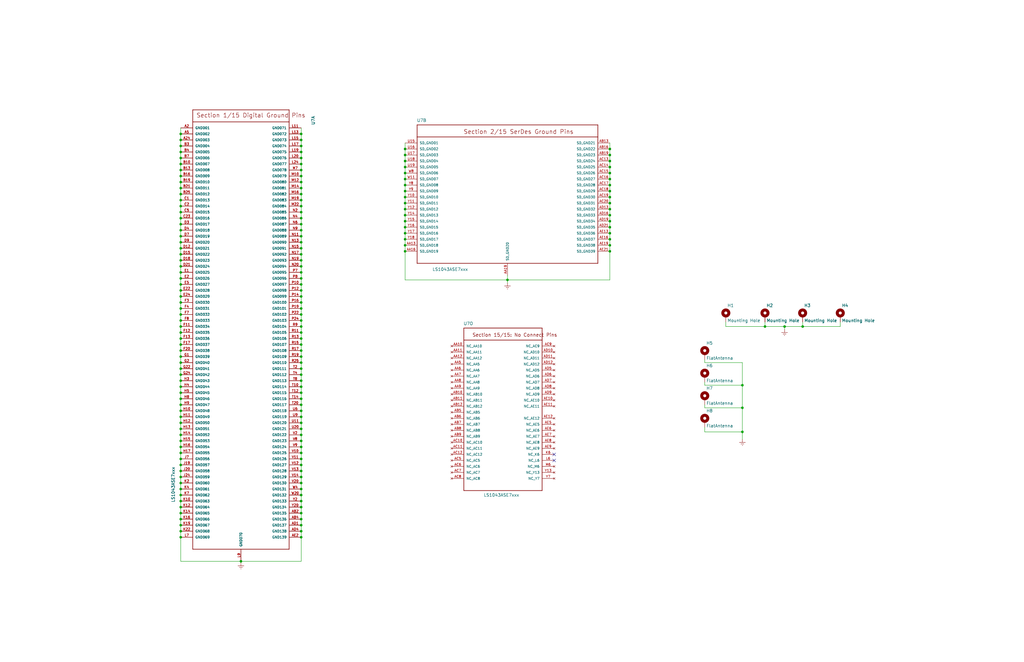
<source format=kicad_sch>
(kicad_sch (version 20201015) (generator eeschema)
  (page 1 12)
  (paper "USLedger")
  (title_block (title "AP2100") (date "2020-10-06") (rev "1") (company "ISis ImageStream Internet Solutions, Inc."))
  (junction (at 76.2 56.515) (diameter 0.9144))
  (junction (at 76.2 59.055) (diameter 0.9144))
  (junction (at 76.2 61.595) (diameter 0.9144))
  (junction (at 76.2 64.135) (diameter 0.9144))
  (junction (at 76.2 66.675) (diameter 0.9144))
  (junction (at 76.2 69.215) (diameter 0.9144))
  (junction (at 76.2 71.755) (diameter 0.9144))
  (junction (at 76.2 74.295) (diameter 0.9144))
  (junction (at 76.2 76.835) (diameter 0.9144))
  (junction (at 76.2 79.375) (diameter 0.9144))
  (junction (at 76.2 81.915) (diameter 0.9144))
  (junction (at 76.2 84.455) (diameter 0.9144))
  (junction (at 76.2 86.995) (diameter 0.9144))
  (junction (at 76.2 89.535) (diameter 0.9144))
  (junction (at 76.2 92.075) (diameter 0.9144))
  (junction (at 76.2 94.615) (diameter 0.9144))
  (junction (at 76.2 97.155) (diameter 0.9144))
  (junction (at 76.2 99.695) (diameter 0.9144))
  (junction (at 76.2 102.235) (diameter 0.9144))
  (junction (at 76.2 104.775) (diameter 0.9144))
  (junction (at 76.2 107.315) (diameter 0.9144))
  (junction (at 76.2 109.855) (diameter 0.9144))
  (junction (at 76.2 112.395) (diameter 0.9144))
  (junction (at 76.2 114.935) (diameter 0.9144))
  (junction (at 76.2 117.475) (diameter 0.9144))
  (junction (at 76.2 120.015) (diameter 0.9144))
  (junction (at 76.2 122.555) (diameter 0.9144))
  (junction (at 76.2 125.095) (diameter 0.9144))
  (junction (at 76.2 127.635) (diameter 0.9144))
  (junction (at 76.2 130.175) (diameter 0.9144))
  (junction (at 76.2 132.715) (diameter 0.9144))
  (junction (at 76.2 135.255) (diameter 0.9144))
  (junction (at 76.2 137.795) (diameter 0.9144))
  (junction (at 76.2 140.335) (diameter 0.9144))
  (junction (at 76.2 142.875) (diameter 0.9144))
  (junction (at 76.2 145.415) (diameter 0.9144))
  (junction (at 76.2 147.955) (diameter 0.9144))
  (junction (at 76.2 150.495) (diameter 0.9144))
  (junction (at 76.2 153.035) (diameter 0.9144))
  (junction (at 76.2 155.575) (diameter 0.9144))
  (junction (at 76.2 158.115) (diameter 0.9144))
  (junction (at 76.2 160.655) (diameter 0.9144))
  (junction (at 76.2 163.195) (diameter 0.9144))
  (junction (at 76.2 165.735) (diameter 0.9144))
  (junction (at 76.2 168.275) (diameter 0.9144))
  (junction (at 76.2 170.815) (diameter 0.9144))
  (junction (at 76.2 173.355) (diameter 0.9144))
  (junction (at 76.2 175.895) (diameter 0.9144))
  (junction (at 76.2 178.435) (diameter 0.9144))
  (junction (at 76.2 180.975) (diameter 0.9144))
  (junction (at 76.2 183.515) (diameter 0.9144))
  (junction (at 76.2 186.055) (diameter 0.9144))
  (junction (at 76.2 188.595) (diameter 0.9144))
  (junction (at 76.2 191.135) (diameter 0.9144))
  (junction (at 76.2 193.675) (diameter 0.9144))
  (junction (at 76.2 196.215) (diameter 0.9144))
  (junction (at 76.2 198.755) (diameter 0.9144))
  (junction (at 76.2 201.295) (diameter 0.9144))
  (junction (at 76.2 203.835) (diameter 0.9144))
  (junction (at 76.2 206.375) (diameter 0.9144))
  (junction (at 76.2 208.915) (diameter 0.9144))
  (junction (at 76.2 211.455) (diameter 0.9144))
  (junction (at 76.2 213.995) (diameter 0.9144))
  (junction (at 76.2 216.535) (diameter 0.9144))
  (junction (at 76.2 219.075) (diameter 0.9144))
  (junction (at 76.2 221.615) (diameter 0.9144))
  (junction (at 76.2 224.155) (diameter 0.9144))
  (junction (at 76.2 226.695) (diameter 0.9144))
  (junction (at 101.6 236.855) (diameter 0.9144))
  (junction (at 127 56.515) (diameter 0.9144))
  (junction (at 127 59.055) (diameter 0.9144))
  (junction (at 127 61.595) (diameter 0.9144))
  (junction (at 127 64.135) (diameter 0.9144))
  (junction (at 127 66.675) (diameter 0.9144))
  (junction (at 127 69.215) (diameter 0.9144))
  (junction (at 127 71.755) (diameter 0.9144))
  (junction (at 127 74.295) (diameter 0.9144))
  (junction (at 127 76.835) (diameter 0.9144))
  (junction (at 127 79.375) (diameter 0.9144))
  (junction (at 127 81.915) (diameter 0.9144))
  (junction (at 127 84.455) (diameter 0.9144))
  (junction (at 127 86.995) (diameter 0.9144))
  (junction (at 127 89.535) (diameter 0.9144))
  (junction (at 127 92.075) (diameter 0.9144))
  (junction (at 127 94.615) (diameter 0.9144))
  (junction (at 127 97.155) (diameter 0.9144))
  (junction (at 127 99.695) (diameter 0.9144))
  (junction (at 127 102.235) (diameter 0.9144))
  (junction (at 127 104.775) (diameter 0.9144))
  (junction (at 127 107.315) (diameter 0.9144))
  (junction (at 127 109.855) (diameter 0.9144))
  (junction (at 127 112.395) (diameter 0.9144))
  (junction (at 127 114.935) (diameter 0.9144))
  (junction (at 127 117.475) (diameter 0.9144))
  (junction (at 127 120.015) (diameter 0.9144))
  (junction (at 127 122.555) (diameter 0.9144))
  (junction (at 127 125.095) (diameter 0.9144))
  (junction (at 127 127.635) (diameter 0.9144))
  (junction (at 127 130.175) (diameter 0.9144))
  (junction (at 127 132.715) (diameter 0.9144))
  (junction (at 127 135.255) (diameter 0.9144))
  (junction (at 127 137.795) (diameter 0.9144))
  (junction (at 127 140.335) (diameter 0.9144))
  (junction (at 127 142.875) (diameter 0.9144))
  (junction (at 127 145.415) (diameter 0.9144))
  (junction (at 127 147.955) (diameter 0.9144))
  (junction (at 127 150.495) (diameter 0.9144))
  (junction (at 127 153.035) (diameter 0.9144))
  (junction (at 127 155.575) (diameter 0.9144))
  (junction (at 127 158.115) (diameter 0.9144))
  (junction (at 127 160.655) (diameter 0.9144))
  (junction (at 127 163.195) (diameter 0.9144))
  (junction (at 127 165.735) (diameter 0.9144))
  (junction (at 127 168.275) (diameter 0.9144))
  (junction (at 127 170.815) (diameter 0.9144))
  (junction (at 127 173.355) (diameter 0.9144))
  (junction (at 127 175.895) (diameter 0.9144))
  (junction (at 127 178.435) (diameter 0.9144))
  (junction (at 127 180.975) (diameter 0.9144))
  (junction (at 127 183.515) (diameter 0.9144))
  (junction (at 127 186.055) (diameter 0.9144))
  (junction (at 127 188.595) (diameter 0.9144))
  (junction (at 127 191.135) (diameter 0.9144))
  (junction (at 127 193.675) (diameter 0.9144))
  (junction (at 127 196.215) (diameter 0.9144))
  (junction (at 127 198.755) (diameter 0.9144))
  (junction (at 127 201.295) (diameter 0.9144))
  (junction (at 127 203.835) (diameter 0.9144))
  (junction (at 127 206.375) (diameter 0.9144))
  (junction (at 127 208.915) (diameter 0.9144))
  (junction (at 127 211.455) (diameter 0.9144))
  (junction (at 127 213.995) (diameter 0.9144))
  (junction (at 127 216.535) (diameter 0.9144))
  (junction (at 127 219.075) (diameter 0.9144))
  (junction (at 127 221.615) (diameter 0.9144))
  (junction (at 127 224.155) (diameter 0.9144))
  (junction (at 127 226.695) (diameter 0.9144))
  (junction (at 170.815 62.865) (diameter 0.9144))
  (junction (at 170.815 65.405) (diameter 0.9144))
  (junction (at 170.815 67.945) (diameter 0.9144))
  (junction (at 170.815 70.485) (diameter 0.9144))
  (junction (at 170.815 73.025) (diameter 0.9144))
  (junction (at 170.815 75.565) (diameter 0.9144))
  (junction (at 170.815 78.105) (diameter 0.9144))
  (junction (at 170.815 80.645) (diameter 0.9144))
  (junction (at 170.815 83.185) (diameter 0.9144))
  (junction (at 170.815 85.725) (diameter 0.9144))
  (junction (at 170.815 88.265) (diameter 0.9144))
  (junction (at 170.815 90.805) (diameter 0.9144))
  (junction (at 170.815 93.345) (diameter 0.9144))
  (junction (at 170.815 95.885) (diameter 0.9144))
  (junction (at 170.815 98.425) (diameter 0.9144))
  (junction (at 170.815 100.965) (diameter 0.9144))
  (junction (at 170.815 103.505) (diameter 0.9144))
  (junction (at 170.815 106.045) (diameter 0.9144))
  (junction (at 213.995 118.11) (diameter 0.9144))
  (junction (at 257.175 62.865) (diameter 0.9144))
  (junction (at 257.175 65.405) (diameter 0.9144))
  (junction (at 257.175 67.945) (diameter 0.9144))
  (junction (at 257.175 70.485) (diameter 0.9144))
  (junction (at 257.175 73.025) (diameter 0.9144))
  (junction (at 257.175 75.565) (diameter 0.9144))
  (junction (at 257.175 78.105) (diameter 0.9144))
  (junction (at 257.175 80.645) (diameter 0.9144))
  (junction (at 257.175 83.185) (diameter 0.9144))
  (junction (at 257.175 85.725) (diameter 0.9144))
  (junction (at 257.175 88.265) (diameter 0.9144))
  (junction (at 257.175 90.805) (diameter 0.9144))
  (junction (at 257.175 93.345) (diameter 0.9144))
  (junction (at 257.175 95.885) (diameter 0.9144))
  (junction (at 257.175 98.425) (diameter 0.9144))
  (junction (at 257.175 100.965) (diameter 0.9144))
  (junction (at 257.175 103.505) (diameter 0.9144))
  (junction (at 257.175 106.045) (diameter 0.9144))
  (junction (at 313.055 162.56) (diameter 0.9144))
  (junction (at 313.055 172.085) (diameter 0.9144))
  (junction (at 313.055 182.245) (diameter 0.9144))
  (junction (at 322.58 137.795) (diameter 0.9144))
  (junction (at 330.835 137.795) (diameter 0.9144))
  (junction (at 338.455 137.795) (diameter 0.9144))
  (no_connect (at 233.68 191.77))
  (no_connect (at 233.68 194.31))
  (wire (pts (xy 76.2 53.975) (xy 76.2 56.515)))
  (wire (pts (xy 76.2 56.515) (xy 76.2 59.055)))
  (wire (pts (xy 76.2 59.055) (xy 76.2 61.595)))
  (wire (pts (xy 76.2 61.595) (xy 76.2 64.135)))
  (wire (pts (xy 76.2 64.135) (xy 76.2 66.675)))
  (wire (pts (xy 76.2 66.675) (xy 76.2 69.215)))
  (wire (pts (xy 76.2 69.215) (xy 76.2 71.755)))
  (wire (pts (xy 76.2 71.755) (xy 76.2 74.295)))
  (wire (pts (xy 76.2 74.295) (xy 76.2 76.835)))
  (wire (pts (xy 76.2 76.835) (xy 76.2 79.375)))
  (wire (pts (xy 76.2 79.375) (xy 76.2 81.915)))
  (wire (pts (xy 76.2 81.915) (xy 76.2 84.455)))
  (wire (pts (xy 76.2 84.455) (xy 76.2 86.995)))
  (wire (pts (xy 76.2 86.995) (xy 76.2 89.535)))
  (wire (pts (xy 76.2 89.535) (xy 76.2 92.075)))
  (wire (pts (xy 76.2 92.075) (xy 76.2 94.615)))
  (wire (pts (xy 76.2 94.615) (xy 76.2 97.155)))
  (wire (pts (xy 76.2 97.155) (xy 76.2 99.695)))
  (wire (pts (xy 76.2 99.695) (xy 76.2 102.235)))
  (wire (pts (xy 76.2 102.235) (xy 76.2 104.775)))
  (wire (pts (xy 76.2 104.775) (xy 76.2 107.315)))
  (wire (pts (xy 76.2 107.315) (xy 76.2 109.855)))
  (wire (pts (xy 76.2 109.855) (xy 76.2 112.395)))
  (wire (pts (xy 76.2 112.395) (xy 76.2 114.935)))
  (wire (pts (xy 76.2 114.935) (xy 76.2 117.475)))
  (wire (pts (xy 76.2 117.475) (xy 76.2 120.015)))
  (wire (pts (xy 76.2 120.015) (xy 76.2 122.555)))
  (wire (pts (xy 76.2 122.555) (xy 76.2 125.095)))
  (wire (pts (xy 76.2 125.095) (xy 76.2 127.635)))
  (wire (pts (xy 76.2 127.635) (xy 76.2 130.175)))
  (wire (pts (xy 76.2 130.175) (xy 76.2 132.715)))
  (wire (pts (xy 76.2 132.715) (xy 76.2 135.255)))
  (wire (pts (xy 76.2 135.255) (xy 76.2 137.795)))
  (wire (pts (xy 76.2 137.795) (xy 76.2 140.335)))
  (wire (pts (xy 76.2 140.335) (xy 76.2 142.875)))
  (wire (pts (xy 76.2 142.875) (xy 76.2 145.415)))
  (wire (pts (xy 76.2 145.415) (xy 76.2 147.955)))
  (wire (pts (xy 76.2 147.955) (xy 76.2 150.495)))
  (wire (pts (xy 76.2 150.495) (xy 76.2 153.035)))
  (wire (pts (xy 76.2 153.035) (xy 76.2 155.575)))
  (wire (pts (xy 76.2 155.575) (xy 76.2 158.115)))
  (wire (pts (xy 76.2 158.115) (xy 76.2 160.655)))
  (wire (pts (xy 76.2 160.655) (xy 76.2 163.195)))
  (wire (pts (xy 76.2 163.195) (xy 76.2 165.735)))
  (wire (pts (xy 76.2 165.735) (xy 76.2 168.275)))
  (wire (pts (xy 76.2 168.275) (xy 76.2 170.815)))
  (wire (pts (xy 76.2 170.815) (xy 76.2 173.355)))
  (wire (pts (xy 76.2 173.355) (xy 76.2 175.895)))
  (wire (pts (xy 76.2 175.895) (xy 76.2 178.435)))
  (wire (pts (xy 76.2 178.435) (xy 76.2 180.975)))
  (wire (pts (xy 76.2 180.975) (xy 76.2 183.515)))
  (wire (pts (xy 76.2 183.515) (xy 76.2 186.055)))
  (wire (pts (xy 76.2 186.055) (xy 76.2 188.595)))
  (wire (pts (xy 76.2 188.595) (xy 76.2 191.135)))
  (wire (pts (xy 76.2 191.135) (xy 76.2 193.675)))
  (wire (pts (xy 76.2 193.675) (xy 76.2 196.215)))
  (wire (pts (xy 76.2 196.215) (xy 76.2 198.755)))
  (wire (pts (xy 76.2 198.755) (xy 76.2 201.295)))
  (wire (pts (xy 76.2 201.295) (xy 76.2 203.835)))
  (wire (pts (xy 76.2 203.835) (xy 76.2 206.375)))
  (wire (pts (xy 76.2 206.375) (xy 76.2 208.915)))
  (wire (pts (xy 76.2 208.915) (xy 76.2 211.455)))
  (wire (pts (xy 76.2 211.455) (xy 76.2 213.995)))
  (wire (pts (xy 76.2 213.995) (xy 76.2 216.535)))
  (wire (pts (xy 76.2 216.535) (xy 76.2 219.075)))
  (wire (pts (xy 76.2 219.075) (xy 76.2 221.615)))
  (wire (pts (xy 76.2 221.615) (xy 76.2 224.155)))
  (wire (pts (xy 76.2 224.155) (xy 76.2 226.695)))
  (wire (pts (xy 76.2 236.855) (xy 76.2 226.695)))
  (wire (pts (xy 101.6 236.855) (xy 76.2 236.855)))
  (wire (pts (xy 101.6 236.855) (xy 101.6 237.49)))
  (wire (pts (xy 127 53.975) (xy 127 56.515)))
  (wire (pts (xy 127 56.515) (xy 127 59.055)))
  (wire (pts (xy 127 59.055) (xy 127 61.595)))
  (wire (pts (xy 127 61.595) (xy 127 64.135)))
  (wire (pts (xy 127 64.135) (xy 127 66.675)))
  (wire (pts (xy 127 66.675) (xy 127 69.215)))
  (wire (pts (xy 127 69.215) (xy 127 71.755)))
  (wire (pts (xy 127 71.755) (xy 127 74.295)))
  (wire (pts (xy 127 74.295) (xy 127 76.835)))
  (wire (pts (xy 127 76.835) (xy 127 79.375)))
  (wire (pts (xy 127 79.375) (xy 127 81.915)))
  (wire (pts (xy 127 81.915) (xy 127 84.455)))
  (wire (pts (xy 127 84.455) (xy 127 86.995)))
  (wire (pts (xy 127 86.995) (xy 127 89.535)))
  (wire (pts (xy 127 89.535) (xy 127 92.075)))
  (wire (pts (xy 127 92.075) (xy 127 94.615)))
  (wire (pts (xy 127 94.615) (xy 127 97.155)))
  (wire (pts (xy 127 97.155) (xy 127 99.695)))
  (wire (pts (xy 127 99.695) (xy 127 102.235)))
  (wire (pts (xy 127 102.235) (xy 127 104.775)))
  (wire (pts (xy 127 104.775) (xy 127 107.315)))
  (wire (pts (xy 127 107.315) (xy 127 109.855)))
  (wire (pts (xy 127 109.855) (xy 127 112.395)))
  (wire (pts (xy 127 112.395) (xy 127 114.935)))
  (wire (pts (xy 127 114.935) (xy 127 117.475)))
  (wire (pts (xy 127 117.475) (xy 127 120.015)))
  (wire (pts (xy 127 120.015) (xy 127 122.555)))
  (wire (pts (xy 127 122.555) (xy 127 125.095)))
  (wire (pts (xy 127 125.095) (xy 127 127.635)))
  (wire (pts (xy 127 127.635) (xy 127 130.175)))
  (wire (pts (xy 127 130.175) (xy 127 132.715)))
  (wire (pts (xy 127 132.715) (xy 127 135.255)))
  (wire (pts (xy 127 135.255) (xy 127 137.795)))
  (wire (pts (xy 127 137.795) (xy 127 140.335)))
  (wire (pts (xy 127 140.335) (xy 127 142.875)))
  (wire (pts (xy 127 142.875) (xy 127 145.415)))
  (wire (pts (xy 127 145.415) (xy 127 147.955)))
  (wire (pts (xy 127 147.955) (xy 127 150.495)))
  (wire (pts (xy 127 150.495) (xy 127 153.035)))
  (wire (pts (xy 127 153.035) (xy 127 155.575)))
  (wire (pts (xy 127 155.575) (xy 127 158.115)))
  (wire (pts (xy 127 158.115) (xy 127 160.655)))
  (wire (pts (xy 127 160.655) (xy 127 163.195)))
  (wire (pts (xy 127 163.195) (xy 127 165.735)))
  (wire (pts (xy 127 165.735) (xy 127 168.275)))
  (wire (pts (xy 127 168.275) (xy 127 170.815)))
  (wire (pts (xy 127 170.815) (xy 127 173.355)))
  (wire (pts (xy 127 173.355) (xy 127 175.895)))
  (wire (pts (xy 127 175.895) (xy 127 178.435)))
  (wire (pts (xy 127 178.435) (xy 127 180.975)))
  (wire (pts (xy 127 180.975) (xy 127 183.515)))
  (wire (pts (xy 127 183.515) (xy 127 186.055)))
  (wire (pts (xy 127 186.055) (xy 127 188.595)))
  (wire (pts (xy 127 188.595) (xy 127 191.135)))
  (wire (pts (xy 127 191.135) (xy 127 193.675)))
  (wire (pts (xy 127 193.675) (xy 127 196.215)))
  (wire (pts (xy 127 196.215) (xy 127 198.755)))
  (wire (pts (xy 127 198.755) (xy 127 201.295)))
  (wire (pts (xy 127 201.295) (xy 127 203.835)))
  (wire (pts (xy 127 203.835) (xy 127 206.375)))
  (wire (pts (xy 127 206.375) (xy 127 208.915)))
  (wire (pts (xy 127 208.915) (xy 127 211.455)))
  (wire (pts (xy 127 211.455) (xy 127 213.995)))
  (wire (pts (xy 127 213.995) (xy 127 216.535)))
  (wire (pts (xy 127 216.535) (xy 127 219.075)))
  (wire (pts (xy 127 219.075) (xy 127 221.615)))
  (wire (pts (xy 127 221.615) (xy 127 224.155)))
  (wire (pts (xy 127 224.155) (xy 127 226.695)))
  (wire (pts (xy 127 226.695) (xy 127 236.855)))
  (wire (pts (xy 127 236.855) (xy 101.6 236.855)))
  (wire (pts (xy 170.815 60.325) (xy 170.815 62.865)))
  (wire (pts (xy 170.815 62.865) (xy 170.815 65.405)))
  (wire (pts (xy 170.815 65.405) (xy 170.815 67.945)))
  (wire (pts (xy 170.815 67.945) (xy 170.815 70.485)))
  (wire (pts (xy 170.815 70.485) (xy 170.815 73.025)))
  (wire (pts (xy 170.815 73.025) (xy 170.815 75.565)))
  (wire (pts (xy 170.815 75.565) (xy 170.815 78.105)))
  (wire (pts (xy 170.815 78.105) (xy 170.815 80.645)))
  (wire (pts (xy 170.815 80.645) (xy 170.815 83.185)))
  (wire (pts (xy 170.815 83.185) (xy 170.815 85.725)))
  (wire (pts (xy 170.815 85.725) (xy 170.815 88.265)))
  (wire (pts (xy 170.815 88.265) (xy 170.815 90.805)))
  (wire (pts (xy 170.815 90.805) (xy 170.815 93.345)))
  (wire (pts (xy 170.815 93.345) (xy 170.815 95.885)))
  (wire (pts (xy 170.815 95.885) (xy 170.815 98.425)))
  (wire (pts (xy 170.815 98.425) (xy 170.815 100.965)))
  (wire (pts (xy 170.815 100.965) (xy 170.815 103.505)))
  (wire (pts (xy 170.815 103.505) (xy 170.815 106.045)))
  (wire (pts (xy 170.815 106.045) (xy 170.815 118.11)))
  (wire (pts (xy 170.815 118.11) (xy 213.995 118.11)))
  (wire (pts (xy 213.995 118.11) (xy 213.995 116.205)))
  (wire (pts (xy 213.995 118.11) (xy 213.995 119.38)))
  (wire (pts (xy 257.175 60.325) (xy 257.175 62.865)))
  (wire (pts (xy 257.175 62.865) (xy 257.175 65.405)))
  (wire (pts (xy 257.175 65.405) (xy 257.175 67.945)))
  (wire (pts (xy 257.175 67.945) (xy 257.175 70.485)))
  (wire (pts (xy 257.175 70.485) (xy 257.175 73.025)))
  (wire (pts (xy 257.175 73.025) (xy 257.175 75.565)))
  (wire (pts (xy 257.175 75.565) (xy 257.175 78.105)))
  (wire (pts (xy 257.175 78.105) (xy 257.175 80.645)))
  (wire (pts (xy 257.175 80.645) (xy 257.175 83.185)))
  (wire (pts (xy 257.175 83.185) (xy 257.175 85.725)))
  (wire (pts (xy 257.175 85.725) (xy 257.175 88.265)))
  (wire (pts (xy 257.175 88.265) (xy 257.175 90.805)))
  (wire (pts (xy 257.175 90.805) (xy 257.175 93.345)))
  (wire (pts (xy 257.175 93.345) (xy 257.175 95.885)))
  (wire (pts (xy 257.175 95.885) (xy 257.175 98.425)))
  (wire (pts (xy 257.175 98.425) (xy 257.175 100.965)))
  (wire (pts (xy 257.175 100.965) (xy 257.175 103.505)))
  (wire (pts (xy 257.175 103.505) (xy 257.175 106.045)))
  (wire (pts (xy 257.175 106.045) (xy 257.175 118.11)))
  (wire (pts (xy 257.175 118.11) (xy 213.995 118.11)))
  (wire (pts (xy 297.18 151.765) (xy 297.18 153.035)))
  (wire (pts (xy 297.18 153.035) (xy 313.055 153.035)))
  (wire (pts (xy 297.18 161.29) (xy 297.18 162.56)))
  (wire (pts (xy 297.18 162.56) (xy 313.055 162.56)))
  (wire (pts (xy 297.18 170.815) (xy 297.18 172.085)))
  (wire (pts (xy 297.18 172.085) (xy 313.055 172.085)))
  (wire (pts (xy 297.18 180.34) (xy 297.18 182.245)))
  (wire (pts (xy 297.18 182.245) (xy 313.055 182.245)))
  (wire (pts (xy 306.07 135.89) (xy 306.07 137.795)))
  (wire (pts (xy 306.07 137.795) (xy 322.58 137.795)))
  (wire (pts (xy 313.055 153.035) (xy 313.055 162.56)))
  (wire (pts (xy 313.055 162.56) (xy 313.055 172.085)))
  (wire (pts (xy 313.055 172.085) (xy 313.055 182.245)))
  (wire (pts (xy 313.055 182.245) (xy 313.055 185.42)))
  (wire (pts (xy 322.58 135.89) (xy 322.58 137.795)))
  (wire (pts (xy 322.58 137.795) (xy 330.835 137.795)))
  (wire (pts (xy 330.835 137.795) (xy 330.835 139.065)))
  (wire (pts (xy 330.835 137.795) (xy 338.455 137.795)))
  (wire (pts (xy 338.455 135.89) (xy 338.455 137.795)))
  (wire (pts (xy 338.455 137.795) (xy 354.33 137.795)))
  (wire (pts (xy 354.33 137.795) (xy 354.33 135.89)))
  (symbol (lib_id "AP2100-rescue:GND-Scott") (at 101.6 237.49 0) (mirror y) (unit 1)
    (property "Reference" "#PWR070" (effects hide))
    (property "Value" "GND" (effects hide))
  )
  (symbol (lib_id "AP2100-rescue:GND-Scott") (at 213.995 119.38 0) (mirror y) (unit 1)
    (property "Reference" "#PWR067" (effects hide))
    (property "Value" "GND" (effects hide))
  )
  (symbol (lib_id "AP2100-rescue:GND-Scott") (at 313.055 185.42 0) (mirror y) (unit 1)
    (property "Reference" "#PWR069" (effects hide))
    (property "Value" "GND" (effects hide))
  )
  (symbol (lib_id "AP2100-rescue:GND-Scott") (at 330.835 139.065 0) (mirror y) (unit 1)
    (property "Reference" "#PWR068" (effects hide))
    (property "Value" "GND" (effects hide))
  )
  (symbol (lib_id "Mechanical:MountingHole_Pad") (at 297.18 149.225 0) (unit 1)
    (property "Reference" "H5" (at 297.815 144.78 0) (effects (justify left)))
    (property "Value" "FlatAntenna" (at 297.815 151.13 0) (effects (justify left)))
    (property "Footprint" "Scott:MountingHole_4.4mm_Pad_TopOnly" (effects hide))
  )
  (symbol (lib_id "Mechanical:MountingHole_Pad") (at 297.18 158.75 0) (unit 1)
    (property "Reference" "H6" (at 297.815 154.305 0) (effects (justify left)))
    (property "Value" "FlatAntenna" (at 297.815 160.655 0) (effects (justify left)))
    (property "Footprint" "Scott:MountingHole_4.4mm_Pad_TopOnly" (effects hide))
  )
  (symbol (lib_id "Mechanical:MountingHole_Pad") (at 297.18 168.275 0) (unit 1)
    (property "Reference" "H7" (at 297.815 163.83 0) (effects (justify left)))
    (property "Value" "FlatAntenna" (at 297.815 170.18 0) (effects (justify left)))
    (property "Footprint" "Scott:MountingHole_4.4mm_Pad_TopOnly" (effects hide))
  )
  (symbol (lib_id "Mechanical:MountingHole_Pad") (at 297.18 177.8 0) (unit 1)
    (property "Reference" "H8" (at 297.815 173.355 0) (effects (justify left)))
    (property "Value" "FlatAntenna" (at 297.815 179.705 0) (effects (justify left)))
    (property "Footprint" "Scott:MountingHole_4.4mm_Pad_TopOnly" (effects hide))
  )
  (symbol (lib_id "Mechanical:MountingHole_Pad") (at 306.07 133.35 0) (unit 1)
    (property "Reference" "H1" (at 306.705 128.905 0) (effects (justify left)))
    (property "Value" "Mounting Hole" (at 306.705 135.255 0) (effects (justify left)))
    (property "Footprint" "MountingHole:MountingHole_2.5mm_Pad_TopBottom" (effects hide))
  )
  (symbol (lib_id "Mechanical:MountingHole_Pad") (at 322.58 133.35 0) (unit 1)
    (property "Reference" "H2" (at 323.215 128.905 0) (effects (justify left)))
    (property "Value" "Mounting Hole" (at 323.215 135.255 0) (effects (justify left)))
    (property "Footprint" "MountingHole:MountingHole_2.5mm_Pad_TopBottom" (effects hide))
  )
  (symbol (lib_id "Mechanical:MountingHole_Pad") (at 338.455 133.35 0) (unit 1)
    (property "Reference" "H3" (at 339.09 128.905 0) (effects (justify left)))
    (property "Value" "Mounting Hole" (at 339.09 135.255 0) (effects (justify left)))
    (property "Footprint" "MountingHole:MountingHole_2.5mm_Pad_TopBottom" (effects hide))
  )
  (symbol (lib_id "Mechanical:MountingHole_Pad") (at 354.33 133.35 0) (unit 1)
    (property "Reference" "H4" (at 354.965 128.905 0) (effects (justify left)))
    (property "Value" "Mounting Hole" (at 354.965 135.255 0) (effects (justify left)))
    (property "Footprint" "MountingHole:MountingHole_2.5mm_Pad_TopBottom" (effects hide))
  )
  (symbol (lib_id "AP2100-rescue:LS1043ASE7KQB-Layerscape") (at 210.82 171.45 0) (unit 15)
    (property "Reference" "U7" (at 197.485 136.525 0))
    (property "Value" "LS1043ASE7xxx" (at 211.455 208.915 0))
    (property "Footprint" "PLS1043ASE7QQA:BGA621C80P25X25_2100X2100X192N" (effects hide))
    (property "PartsBoxID" "LS1043ASE7" (effects hide))
  )
  (symbol (lib_id "AP2100-rescue:LS1043ASE7KQB-Layerscape") (at 213.995 81.915 0) (unit 2)
    (property "Reference" "U7" (at 177.8 50.8 0))
    (property "Value" "LS1043ASE7xxx" (at 189.865 113.665 0))
    (property "Footprint" "PLS1043ASE7QQA:BGA621C80P25X25_2100X2100X192N" (effects hide))
    (property "PartsBoxID" "LS1043ASE7" (effects hide))
  )
  (symbol (lib_id "AP2100-rescue:LS1043ASE7KQB-Layerscape") (at 101.6 137.795 0) (unit 1)
    (property "Reference" "U7" (at 132.08 50.8 90))
    (property "Value" "LS1043ASE7xxx" (at 73.025 204.47 90))
    (property "Footprint" "PLS1043ASE7QQA:BGA621C80P25X25_2100X2100X192N" (effects hide))
    (property "PartsBoxID" "LS1043ASE7" (effects hide))
  )
)
</source>
